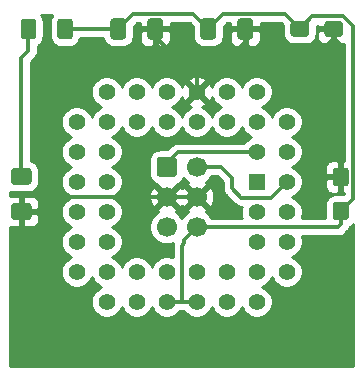
<source format=gtl>
%TF.GenerationSoftware,KiCad,Pcbnew,5.1.9+dfsg1-1+deb11u1*%
%TF.CreationDate,2022-11-30T10:20:37+01:00*%
%TF.ProjectId,A1200MPU-Adapter,41313230-304d-4505-952d-416461707465,2.0*%
%TF.SameCoordinates,Original*%
%TF.FileFunction,Copper,L1,Top*%
%TF.FilePolarity,Positive*%
%FSLAX46Y46*%
G04 Gerber Fmt 4.6, Leading zero omitted, Abs format (unit mm)*
G04 Created by KiCad (PCBNEW 5.1.9+dfsg1-1+deb11u1) date 2022-11-30 10:20:37*
%MOMM*%
%LPD*%
G01*
G04 APERTURE LIST*
%TA.AperFunction,ComponentPad*%
%ADD10C,1.700000*%
%TD*%
%TA.AperFunction,ComponentPad*%
%ADD11R,1.422400X1.422400*%
%TD*%
%TA.AperFunction,ComponentPad*%
%ADD12C,1.422400*%
%TD*%
%TA.AperFunction,Conductor*%
%ADD13C,0.300000*%
%TD*%
%TA.AperFunction,Conductor*%
%ADD14C,0.254000*%
%TD*%
%TA.AperFunction,Conductor*%
%ADD15C,0.100000*%
%TD*%
G04 APERTURE END LIST*
%TO.P,C1,1*%
%TO.N,VCC5V*%
%TA.AperFunction,SMDPad,CuDef*%
G36*
G01*
X161207001Y-106365000D02*
X160356999Y-106365000D01*
G75*
G02*
X160107000Y-106115001I0J249999D01*
G01*
X160107000Y-105039999D01*
G75*
G02*
X160356999Y-104790000I249999J0D01*
G01*
X161207001Y-104790000D01*
G75*
G02*
X161457000Y-105039999I0J-249999D01*
G01*
X161457000Y-106115001D01*
G75*
G02*
X161207001Y-106365000I-249999J0D01*
G01*
G37*
%TD.AperFunction*%
%TO.P,C1,2*%
%TO.N,GND*%
%TA.AperFunction,SMDPad,CuDef*%
G36*
G01*
X161207001Y-103490000D02*
X160356999Y-103490000D01*
G75*
G02*
X160107000Y-103240001I0J249999D01*
G01*
X160107000Y-102164999D01*
G75*
G02*
X160356999Y-101915000I249999J0D01*
G01*
X161207001Y-101915000D01*
G75*
G02*
X161457000Y-102164999I0J-249999D01*
G01*
X161457000Y-103240001D01*
G75*
G02*
X161207001Y-103490000I-249999J0D01*
G01*
G37*
%TD.AperFunction*%
%TD*%
%TO.P,C2,2*%
%TO.N,GND*%
%TA.AperFunction,SMDPad,CuDef*%
G36*
G01*
X159400000Y-90595001D02*
X159400000Y-89744999D01*
G75*
G02*
X159649999Y-89495000I249999J0D01*
G01*
X160725001Y-89495000D01*
G75*
G02*
X160975000Y-89744999I0J-249999D01*
G01*
X160975000Y-90595001D01*
G75*
G02*
X160725001Y-90845000I-249999J0D01*
G01*
X159649999Y-90845000D01*
G75*
G02*
X159400000Y-90595001I0J249999D01*
G01*
G37*
%TD.AperFunction*%
%TO.P,C2,1*%
%TO.N,VCC5V*%
%TA.AperFunction,SMDPad,CuDef*%
G36*
G01*
X156525000Y-90595001D02*
X156525000Y-89744999D01*
G75*
G02*
X156774999Y-89495000I249999J0D01*
G01*
X157850001Y-89495000D01*
G75*
G02*
X158100000Y-89744999I0J-249999D01*
G01*
X158100000Y-90595001D01*
G75*
G02*
X157850001Y-90845000I-249999J0D01*
G01*
X156774999Y-90845000D01*
G75*
G02*
X156525000Y-90595001I0J249999D01*
G01*
G37*
%TD.AperFunction*%
%TD*%
%TO.P,C3,1*%
%TO.N,VCC5V*%
%TA.AperFunction,SMDPad,CuDef*%
G36*
G01*
X141285000Y-90820002D02*
X141285000Y-89519998D01*
G75*
G02*
X141534998Y-89270000I249998J0D01*
G01*
X142360002Y-89270000D01*
G75*
G02*
X142610000Y-89519998I0J-249998D01*
G01*
X142610000Y-90820002D01*
G75*
G02*
X142360002Y-91070000I-249998J0D01*
G01*
X141534998Y-91070000D01*
G75*
G02*
X141285000Y-90820002I0J249998D01*
G01*
G37*
%TD.AperFunction*%
%TO.P,C3,2*%
%TO.N,GND*%
%TA.AperFunction,SMDPad,CuDef*%
G36*
G01*
X144410000Y-90820002D02*
X144410000Y-89519998D01*
G75*
G02*
X144659998Y-89270000I249998J0D01*
G01*
X145485002Y-89270000D01*
G75*
G02*
X145735000Y-89519998I0J-249998D01*
G01*
X145735000Y-90820002D01*
G75*
G02*
X145485002Y-91070000I-249998J0D01*
G01*
X144659998Y-91070000D01*
G75*
G02*
X144410000Y-90820002I0J249998D01*
G01*
G37*
%TD.AperFunction*%
%TD*%
%TO.P,C4,2*%
%TO.N,GND*%
%TA.AperFunction,SMDPad,CuDef*%
G36*
G01*
X152030000Y-90820002D02*
X152030000Y-89519998D01*
G75*
G02*
X152279998Y-89270000I249998J0D01*
G01*
X153105002Y-89270000D01*
G75*
G02*
X153355000Y-89519998I0J-249998D01*
G01*
X153355000Y-90820002D01*
G75*
G02*
X153105002Y-91070000I-249998J0D01*
G01*
X152279998Y-91070000D01*
G75*
G02*
X152030000Y-90820002I0J249998D01*
G01*
G37*
%TD.AperFunction*%
%TO.P,C4,1*%
%TO.N,VCC5V*%
%TA.AperFunction,SMDPad,CuDef*%
G36*
G01*
X148905000Y-90820002D02*
X148905000Y-89519998D01*
G75*
G02*
X149154998Y-89270000I249998J0D01*
G01*
X149980002Y-89270000D01*
G75*
G02*
X150230000Y-89519998I0J-249998D01*
G01*
X150230000Y-90820002D01*
G75*
G02*
X149980002Y-91070000I-249998J0D01*
G01*
X149154998Y-91070000D01*
G75*
G02*
X148905000Y-90820002I0J249998D01*
G01*
G37*
%TD.AperFunction*%
%TD*%
%TO.P,D1,1*%
%TO.N,GND*%
%TA.AperFunction,SMDPad,CuDef*%
G36*
G01*
X134356000Y-106340000D02*
X133106000Y-106340000D01*
G75*
G02*
X132856000Y-106090000I0J250000D01*
G01*
X132856000Y-105165000D01*
G75*
G02*
X133106000Y-104915000I250000J0D01*
G01*
X134356000Y-104915000D01*
G75*
G02*
X134606000Y-105165000I0J-250000D01*
G01*
X134606000Y-106090000D01*
G75*
G02*
X134356000Y-106340000I-250000J0D01*
G01*
G37*
%TD.AperFunction*%
%TO.P,D1,2*%
%TO.N,Net-(D1-Pad2)*%
%TA.AperFunction,SMDPad,CuDef*%
G36*
G01*
X134356000Y-103365000D02*
X133106000Y-103365000D01*
G75*
G02*
X132856000Y-103115000I0J250000D01*
G01*
X132856000Y-102190000D01*
G75*
G02*
X133106000Y-101940000I250000J0D01*
G01*
X134356000Y-101940000D01*
G75*
G02*
X134606000Y-102190000I0J-250000D01*
G01*
X134606000Y-103115000D01*
G75*
G02*
X134356000Y-103365000I-250000J0D01*
G01*
G37*
%TD.AperFunction*%
%TD*%
%TO.P,P1,1*%
%TO.N,mKBD_CLOCK*%
%TA.AperFunction,ComponentPad*%
G36*
G01*
X145200000Y-102454000D02*
X145200000Y-101254000D01*
G75*
G02*
X145450000Y-101004000I250000J0D01*
G01*
X146650000Y-101004000D01*
G75*
G02*
X146900000Y-101254000I0J-250000D01*
G01*
X146900000Y-102454000D01*
G75*
G02*
X146650000Y-102704000I-250000J0D01*
G01*
X145450000Y-102704000D01*
G75*
G02*
X145200000Y-102454000I0J250000D01*
G01*
G37*
%TD.AperFunction*%
D10*
%TO.P,P1,3*%
%TO.N,GND*%
X146050000Y-104394000D03*
%TO.P,P1,5*%
%TO.N,mKBD_RESET*%
X146050000Y-106934000D03*
%TO.P,P1,2*%
%TO.N,mKBD_DATA*%
X148590000Y-101854000D03*
%TO.P,P1,4*%
%TO.N,GND*%
X148590000Y-104394000D03*
%TO.P,P1,6*%
%TO.N,VCC5V*%
X148590000Y-106934000D03*
%TD*%
%TO.P,R1,1*%
%TO.N,Net-(D1-Pad2)*%
%TA.AperFunction,SMDPad,CuDef*%
G36*
G01*
X133690000Y-90795001D02*
X133690000Y-89544999D01*
G75*
G02*
X133939999Y-89295000I249999J0D01*
G01*
X134740001Y-89295000D01*
G75*
G02*
X134990000Y-89544999I0J-249999D01*
G01*
X134990000Y-90795001D01*
G75*
G02*
X134740001Y-91045000I-249999J0D01*
G01*
X133939999Y-91045000D01*
G75*
G02*
X133690000Y-90795001I0J249999D01*
G01*
G37*
%TD.AperFunction*%
%TO.P,R1,2*%
%TO.N,VCC5V*%
%TA.AperFunction,SMDPad,CuDef*%
G36*
G01*
X136790000Y-90795001D02*
X136790000Y-89544999D01*
G75*
G02*
X137039999Y-89295000I249999J0D01*
G01*
X137840001Y-89295000D01*
G75*
G02*
X138090000Y-89544999I0J-249999D01*
G01*
X138090000Y-90795001D01*
G75*
G02*
X137840001Y-91045000I-249999J0D01*
G01*
X137039999Y-91045000D01*
G75*
G02*
X136790000Y-90795001I0J249999D01*
G01*
G37*
%TD.AperFunction*%
%TD*%
D11*
%TO.P,U1,1*%
%TO.N,N/C*%
X153670000Y-103124000D03*
D12*
%TO.P,U1,3*%
X153670000Y-105664000D03*
%TO.P,U1,5*%
X153670000Y-108204000D03*
%TO.P,U1,43*%
%TO.N,mKBD_CLOCK*%
X153670000Y-100584000D03*
%TO.P,U1,41*%
%TO.N,N/C*%
X153670000Y-98044000D03*
%TO.P,U1,2*%
X156210000Y-105664000D03*
%TO.P,U1,4*%
X156210000Y-108204000D03*
%TO.P,U1,6*%
X156210000Y-110744000D03*
%TO.P,U1,44*%
%TO.N,mKBD_DATA*%
X156210000Y-103124000D03*
%TO.P,U1,42*%
%TO.N,N/C*%
X156210000Y-100584000D03*
%TO.P,U1,8*%
X153670000Y-110744000D03*
%TO.P,U1,10*%
X151130000Y-110744000D03*
%TO.P,U1,12*%
X148590000Y-110744000D03*
%TO.P,U1,14*%
X146050000Y-110744000D03*
%TO.P,U1,16*%
X143510000Y-110744000D03*
%TO.P,U1,7*%
X153670000Y-113284000D03*
%TO.P,U1,9*%
X151130000Y-113284000D03*
%TO.P,U1,11*%
%TO.N,VCC5V*%
X148590000Y-113284000D03*
%TO.P,U1,13*%
X146050000Y-113284000D03*
%TO.P,U1,15*%
%TO.N,N/C*%
X143510000Y-113284000D03*
%TO.P,U1,17*%
X140970000Y-113284000D03*
%TO.P,U1,19*%
%TO.N,mKBD_RESET*%
X140970000Y-110744000D03*
%TO.P,U1,21*%
%TO.N,N/C*%
X140970000Y-108204000D03*
%TO.P,U1,23*%
X140970000Y-105664000D03*
%TO.P,U1,25*%
X140970000Y-103124000D03*
%TO.P,U1,27*%
X140970000Y-100584000D03*
%TO.P,U1,29*%
X140970000Y-95504000D03*
%TO.P,U1,18*%
X138430000Y-110744000D03*
%TO.P,U1,20*%
X138430000Y-108204000D03*
%TO.P,U1,22*%
X138430000Y-105664000D03*
%TO.P,U1,24*%
X138430000Y-103124000D03*
%TO.P,U1,26*%
X138430000Y-100584000D03*
%TO.P,U1,28*%
X138430000Y-98044000D03*
%TO.P,U1,30*%
X140970000Y-98044000D03*
%TO.P,U1,32*%
X143510000Y-98044000D03*
%TO.P,U1,34*%
X146050000Y-98044000D03*
%TO.P,U1,36*%
X148590000Y-98044000D03*
%TO.P,U1,38*%
X151130000Y-98044000D03*
%TO.P,U1,40*%
X156210000Y-98044000D03*
%TO.P,U1,31*%
X143510000Y-95504000D03*
%TO.P,U1,33*%
X146050000Y-95504000D03*
%TO.P,U1,35*%
%TO.N,GND*%
X148590000Y-95504000D03*
%TO.P,U1,37*%
%TO.N,N/C*%
X151130000Y-95504000D03*
%TO.P,U1,39*%
X153670000Y-95504000D03*
%TD*%
D13*
%TO.N,VCC5V*%
X149567500Y-90170000D02*
X150851900Y-88885600D01*
X150851900Y-88885600D02*
X156028100Y-88885600D01*
X156028100Y-88885600D02*
X157312500Y-90170000D01*
X141948000Y-90170000D02*
X143203200Y-88914800D01*
X143203200Y-88914800D02*
X148312300Y-88914800D01*
X148312300Y-88914800D02*
X149567500Y-90170000D01*
X160782000Y-105577500D02*
X161817200Y-104542300D01*
X161817200Y-104542300D02*
X161817200Y-89961700D01*
X161817200Y-89961700D02*
X160961900Y-89106400D01*
X160961900Y-89106400D02*
X158376100Y-89106400D01*
X158376100Y-89106400D02*
X157312500Y-90170000D01*
X160782000Y-105578000D02*
X160782000Y-105577500D01*
X148590000Y-106934000D02*
X160576000Y-106934000D01*
X160576000Y-106934000D02*
X160782000Y-106728000D01*
X160782000Y-106728000D02*
X160782000Y-105578000D01*
X141947500Y-90170000D02*
X141948000Y-90170000D01*
X137440000Y-90170000D02*
X141947500Y-90170000D01*
X146050000Y-113284000D02*
X147326000Y-113284000D01*
X148590000Y-106934000D02*
X147514000Y-108010000D01*
X147514000Y-108010000D02*
X147514000Y-108326000D01*
X147514000Y-108326000D02*
X147326000Y-108514000D01*
X147326000Y-108514000D02*
X147326000Y-113284000D01*
X147326000Y-113284000D02*
X148590000Y-113284000D01*
%TO.N,GND*%
X160187500Y-90170000D02*
X160188000Y-90170000D01*
X148700000Y-92330000D02*
X151600000Y-92330000D01*
X151600000Y-92330000D02*
X152156800Y-91772900D01*
X160188000Y-90977500D02*
X160782000Y-91572000D01*
X160782000Y-91572000D02*
X160782000Y-102702000D01*
X160188000Y-90170000D02*
X160188000Y-90977500D01*
X152156800Y-91772900D02*
X159392600Y-91772900D01*
X159392600Y-91772900D02*
X160188000Y-90977500D01*
X152156800Y-91772900D02*
X152692000Y-91237500D01*
X152692000Y-91237500D02*
X152692000Y-90703700D01*
X145072000Y-90511200D02*
X145072500Y-90510700D01*
X145072500Y-90510700D02*
X145072500Y-90170000D01*
X145072000Y-90511200D02*
X145072000Y-90852500D01*
X145072000Y-90852500D02*
X146550000Y-92330000D01*
X146550000Y-92330000D02*
X148700000Y-92330000D01*
X145072000Y-90170000D02*
X145072000Y-90511200D01*
X152692000Y-90703700D02*
X152692500Y-90703200D01*
X152692500Y-90703200D02*
X152692500Y-90170000D01*
X152692000Y-90703700D02*
X152692000Y-90170000D01*
X160782000Y-102702000D02*
X160782000Y-102702500D01*
X133731500Y-105628000D02*
X133731000Y-105627500D01*
X133731500Y-105628000D02*
X135712000Y-105628000D01*
X135712000Y-105628000D02*
X136737000Y-104603000D01*
X136737000Y-104603000D02*
X136737000Y-104573000D01*
X136737000Y-104573000D02*
X136916000Y-104394000D01*
X136916000Y-104394000D02*
X146050000Y-104394000D01*
X133731000Y-105628000D02*
X133731500Y-105628000D01*
X146050000Y-104394000D02*
X148590000Y-104394000D01*
X148590000Y-95504000D02*
X148590000Y-92440000D01*
X148590000Y-92440000D02*
X148700000Y-92330000D01*
%TO.N,Net-(D1-Pad2)*%
X133731000Y-102652000D02*
X133731000Y-102652500D01*
X133731000Y-102652000D02*
X133731000Y-92639000D01*
X133731000Y-92639000D02*
X134340000Y-92030000D01*
X134340000Y-92030000D02*
X134340000Y-90170000D01*
%TO.N,mKBD_CLOCK*%
X146050000Y-101854000D02*
X146050000Y-101530000D01*
X146050000Y-101530000D02*
X146996000Y-100584000D01*
X146996000Y-100584000D02*
X153670000Y-100584000D01*
%TO.N,mKBD_DATA*%
X148590000Y-101854000D02*
X150644000Y-101854000D01*
X150644000Y-101854000D02*
X151570000Y-102780000D01*
X151570000Y-102780000D02*
X151570000Y-103660000D01*
X151570000Y-103660000D02*
X152360000Y-104450000D01*
X152360000Y-104450000D02*
X154884000Y-104450000D01*
X154884000Y-104450000D02*
X156210000Y-103124000D01*
%TD*%
D14*
%TO.N,GND*%
X136301595Y-89051613D02*
X136219528Y-89205149D01*
X136168992Y-89371745D01*
X136151928Y-89544999D01*
X136151928Y-90795001D01*
X136168992Y-90968255D01*
X136219528Y-91134851D01*
X136301595Y-91288387D01*
X136412038Y-91422962D01*
X136546613Y-91533405D01*
X136700149Y-91615472D01*
X136866745Y-91666008D01*
X137039999Y-91683072D01*
X137840001Y-91683072D01*
X138013255Y-91666008D01*
X138179851Y-91615472D01*
X138333387Y-91533405D01*
X138467962Y-91422962D01*
X138578405Y-91288387D01*
X138660472Y-91134851D01*
X138711008Y-90968255D01*
X138712314Y-90955000D01*
X140660224Y-90955000D01*
X140663992Y-90993256D01*
X140714528Y-91159852D01*
X140796595Y-91313387D01*
X140907038Y-91447962D01*
X141041613Y-91558405D01*
X141195148Y-91640472D01*
X141361744Y-91691008D01*
X141534998Y-91708072D01*
X142360002Y-91708072D01*
X142533256Y-91691008D01*
X142699852Y-91640472D01*
X142853387Y-91558405D01*
X142987962Y-91447962D01*
X143098405Y-91313387D01*
X143180472Y-91159852D01*
X143207728Y-91070000D01*
X143771928Y-91070000D01*
X143784188Y-91194482D01*
X143820498Y-91314180D01*
X143879463Y-91424494D01*
X143958815Y-91521185D01*
X144055506Y-91600537D01*
X144165820Y-91659502D01*
X144285518Y-91695812D01*
X144410000Y-91708072D01*
X144786750Y-91705000D01*
X144945500Y-91546250D01*
X144945500Y-90297000D01*
X145199500Y-90297000D01*
X145199500Y-91546250D01*
X145358250Y-91705000D01*
X145735000Y-91708072D01*
X145859482Y-91695812D01*
X145979180Y-91659502D01*
X146089494Y-91600537D01*
X146186185Y-91521185D01*
X146265537Y-91424494D01*
X146324502Y-91314180D01*
X146360812Y-91194482D01*
X146373072Y-91070000D01*
X146370000Y-90455750D01*
X146211250Y-90297000D01*
X145199500Y-90297000D01*
X144945500Y-90297000D01*
X143933750Y-90297000D01*
X143775000Y-90455750D01*
X143771928Y-91070000D01*
X143207728Y-91070000D01*
X143231008Y-90993256D01*
X143248072Y-90820002D01*
X143248072Y-89980085D01*
X143528357Y-89699800D01*
X143774078Y-89699800D01*
X143775000Y-89884250D01*
X143933750Y-90043000D01*
X144945500Y-90043000D01*
X144945500Y-90023000D01*
X145199500Y-90023000D01*
X145199500Y-90043000D01*
X146211250Y-90043000D01*
X146370000Y-89884250D01*
X146370922Y-89699800D01*
X147987143Y-89699800D01*
X148266928Y-89979585D01*
X148266928Y-90820002D01*
X148283992Y-90993256D01*
X148334528Y-91159852D01*
X148416595Y-91313387D01*
X148527038Y-91447962D01*
X148661613Y-91558405D01*
X148815148Y-91640472D01*
X148981744Y-91691008D01*
X149154998Y-91708072D01*
X149980002Y-91708072D01*
X150153256Y-91691008D01*
X150319852Y-91640472D01*
X150473387Y-91558405D01*
X150607962Y-91447962D01*
X150718405Y-91313387D01*
X150800472Y-91159852D01*
X150827728Y-91070000D01*
X151391928Y-91070000D01*
X151404188Y-91194482D01*
X151440498Y-91314180D01*
X151499463Y-91424494D01*
X151578815Y-91521185D01*
X151675506Y-91600537D01*
X151785820Y-91659502D01*
X151905518Y-91695812D01*
X152030000Y-91708072D01*
X152406750Y-91705000D01*
X152565500Y-91546250D01*
X152565500Y-90297000D01*
X152819500Y-90297000D01*
X152819500Y-91546250D01*
X152978250Y-91705000D01*
X153355000Y-91708072D01*
X153479482Y-91695812D01*
X153599180Y-91659502D01*
X153709494Y-91600537D01*
X153806185Y-91521185D01*
X153885537Y-91424494D01*
X153944502Y-91314180D01*
X153980812Y-91194482D01*
X153993072Y-91070000D01*
X153990000Y-90455750D01*
X153831250Y-90297000D01*
X152819500Y-90297000D01*
X152565500Y-90297000D01*
X151553750Y-90297000D01*
X151395000Y-90455750D01*
X151391928Y-91070000D01*
X150827728Y-91070000D01*
X150851008Y-90993256D01*
X150868072Y-90820002D01*
X150868072Y-89979586D01*
X151177058Y-89670600D01*
X151393931Y-89670600D01*
X151395000Y-89884250D01*
X151553750Y-90043000D01*
X152565500Y-90043000D01*
X152565500Y-90023000D01*
X152819500Y-90023000D01*
X152819500Y-90043000D01*
X153831250Y-90043000D01*
X153990000Y-89884250D01*
X153991069Y-89670600D01*
X155702943Y-89670600D01*
X155886928Y-89854585D01*
X155886928Y-90595001D01*
X155903992Y-90768255D01*
X155954528Y-90934851D01*
X156036595Y-91088387D01*
X156147038Y-91222962D01*
X156281613Y-91333405D01*
X156435149Y-91415472D01*
X156601745Y-91466008D01*
X156774999Y-91483072D01*
X157850001Y-91483072D01*
X158023255Y-91466008D01*
X158189851Y-91415472D01*
X158343387Y-91333405D01*
X158477962Y-91222962D01*
X158588405Y-91088387D01*
X158670472Y-90934851D01*
X158697727Y-90845000D01*
X158761928Y-90845000D01*
X158774188Y-90969482D01*
X158810498Y-91089180D01*
X158869463Y-91199494D01*
X158948815Y-91296185D01*
X159045506Y-91375537D01*
X159155820Y-91434502D01*
X159275518Y-91470812D01*
X159400000Y-91483072D01*
X159901750Y-91480000D01*
X160060500Y-91321250D01*
X160060500Y-90297000D01*
X158923750Y-90297000D01*
X158765000Y-90455750D01*
X158761928Y-90845000D01*
X158697727Y-90845000D01*
X158721008Y-90768255D01*
X158738072Y-90595001D01*
X158738072Y-89891400D01*
X158772150Y-89891400D01*
X158923750Y-90043000D01*
X160060500Y-90043000D01*
X160060500Y-90023000D01*
X160314500Y-90023000D01*
X160314500Y-90043000D01*
X160334500Y-90043000D01*
X160334500Y-90297000D01*
X160314500Y-90297000D01*
X160314500Y-91321250D01*
X160473250Y-91480000D01*
X160975000Y-91483072D01*
X161032201Y-91477438D01*
X161032200Y-101315550D01*
X160909000Y-101438750D01*
X160909000Y-102575500D01*
X160929000Y-102575500D01*
X160929000Y-102829500D01*
X160909000Y-102829500D01*
X160909000Y-103966250D01*
X161032200Y-104089450D01*
X161032200Y-104151928D01*
X160356999Y-104151928D01*
X160183745Y-104168992D01*
X160017149Y-104219528D01*
X159863613Y-104301595D01*
X159729038Y-104412038D01*
X159618595Y-104546613D01*
X159536528Y-104700149D01*
X159485992Y-104866745D01*
X159468928Y-105039999D01*
X159468928Y-106115001D01*
X159472277Y-106149000D01*
X157466223Y-106149000D01*
X157504467Y-106056672D01*
X157556200Y-105796589D01*
X157556200Y-105531411D01*
X157504467Y-105271328D01*
X157402987Y-105026335D01*
X157255662Y-104805847D01*
X157068153Y-104618338D01*
X156847665Y-104471013D01*
X156661740Y-104394000D01*
X156847665Y-104316987D01*
X157068153Y-104169662D01*
X157255662Y-103982153D01*
X157402987Y-103761665D01*
X157504467Y-103516672D01*
X157509772Y-103490000D01*
X159468928Y-103490000D01*
X159481188Y-103614482D01*
X159517498Y-103734180D01*
X159576463Y-103844494D01*
X159655815Y-103941185D01*
X159752506Y-104020537D01*
X159862820Y-104079502D01*
X159982518Y-104115812D01*
X160107000Y-104128072D01*
X160496250Y-104125000D01*
X160655000Y-103966250D01*
X160655000Y-102829500D01*
X159630750Y-102829500D01*
X159472000Y-102988250D01*
X159468928Y-103490000D01*
X157509772Y-103490000D01*
X157556200Y-103256589D01*
X157556200Y-102991411D01*
X157504467Y-102731328D01*
X157402987Y-102486335D01*
X157255662Y-102265847D01*
X157068153Y-102078338D01*
X156847665Y-101931013D01*
X156809007Y-101915000D01*
X159468928Y-101915000D01*
X159472000Y-102416750D01*
X159630750Y-102575500D01*
X160655000Y-102575500D01*
X160655000Y-101438750D01*
X160496250Y-101280000D01*
X160107000Y-101276928D01*
X159982518Y-101289188D01*
X159862820Y-101325498D01*
X159752506Y-101384463D01*
X159655815Y-101463815D01*
X159576463Y-101560506D01*
X159517498Y-101670820D01*
X159481188Y-101790518D01*
X159468928Y-101915000D01*
X156809007Y-101915000D01*
X156661740Y-101854000D01*
X156847665Y-101776987D01*
X157068153Y-101629662D01*
X157255662Y-101442153D01*
X157402987Y-101221665D01*
X157504467Y-100976672D01*
X157556200Y-100716589D01*
X157556200Y-100451411D01*
X157504467Y-100191328D01*
X157402987Y-99946335D01*
X157255662Y-99725847D01*
X157068153Y-99538338D01*
X156847665Y-99391013D01*
X156661740Y-99314000D01*
X156847665Y-99236987D01*
X157068153Y-99089662D01*
X157255662Y-98902153D01*
X157402987Y-98681665D01*
X157504467Y-98436672D01*
X157556200Y-98176589D01*
X157556200Y-97911411D01*
X157504467Y-97651328D01*
X157402987Y-97406335D01*
X157255662Y-97185847D01*
X157068153Y-96998338D01*
X156847665Y-96851013D01*
X156602672Y-96749533D01*
X156342589Y-96697800D01*
X156077411Y-96697800D01*
X155817328Y-96749533D01*
X155572335Y-96851013D01*
X155351847Y-96998338D01*
X155164338Y-97185847D01*
X155017013Y-97406335D01*
X154940000Y-97592260D01*
X154862987Y-97406335D01*
X154715662Y-97185847D01*
X154528153Y-96998338D01*
X154307665Y-96851013D01*
X154121740Y-96774000D01*
X154307665Y-96696987D01*
X154528153Y-96549662D01*
X154715662Y-96362153D01*
X154862987Y-96141665D01*
X154964467Y-95896672D01*
X155016200Y-95636589D01*
X155016200Y-95371411D01*
X154964467Y-95111328D01*
X154862987Y-94866335D01*
X154715662Y-94645847D01*
X154528153Y-94458338D01*
X154307665Y-94311013D01*
X154062672Y-94209533D01*
X153802589Y-94157800D01*
X153537411Y-94157800D01*
X153277328Y-94209533D01*
X153032335Y-94311013D01*
X152811847Y-94458338D01*
X152624338Y-94645847D01*
X152477013Y-94866335D01*
X152400000Y-95052260D01*
X152322987Y-94866335D01*
X152175662Y-94645847D01*
X151988153Y-94458338D01*
X151767665Y-94311013D01*
X151522672Y-94209533D01*
X151262589Y-94157800D01*
X150997411Y-94157800D01*
X150737328Y-94209533D01*
X150492335Y-94311013D01*
X150271847Y-94458338D01*
X150084338Y-94645847D01*
X149937013Y-94866335D01*
X149859031Y-95054600D01*
X149809542Y-94918720D01*
X149754183Y-94815152D01*
X149519273Y-94754332D01*
X148769605Y-95504000D01*
X149519273Y-96253668D01*
X149754183Y-96192848D01*
X149862206Y-95961066D01*
X149937013Y-96141665D01*
X150084338Y-96362153D01*
X150271847Y-96549662D01*
X150492335Y-96696987D01*
X150678260Y-96774000D01*
X150492335Y-96851013D01*
X150271847Y-96998338D01*
X150084338Y-97185847D01*
X149937013Y-97406335D01*
X149860000Y-97592260D01*
X149782987Y-97406335D01*
X149635662Y-97185847D01*
X149448153Y-96998338D01*
X149227665Y-96851013D01*
X149039400Y-96773031D01*
X149175280Y-96723542D01*
X149278848Y-96668183D01*
X149339668Y-96433273D01*
X148590000Y-95683605D01*
X147840332Y-96433273D01*
X147901152Y-96668183D01*
X148132934Y-96776206D01*
X147952335Y-96851013D01*
X147731847Y-96998338D01*
X147544338Y-97185847D01*
X147397013Y-97406335D01*
X147320000Y-97592260D01*
X147242987Y-97406335D01*
X147095662Y-97185847D01*
X146908153Y-96998338D01*
X146687665Y-96851013D01*
X146501740Y-96774000D01*
X146687665Y-96696987D01*
X146908153Y-96549662D01*
X147095662Y-96362153D01*
X147242987Y-96141665D01*
X147320969Y-95953400D01*
X147370458Y-96089280D01*
X147425817Y-96192848D01*
X147660727Y-96253668D01*
X148410395Y-95504000D01*
X147660727Y-94754332D01*
X147425817Y-94815152D01*
X147317794Y-95046934D01*
X147242987Y-94866335D01*
X147095662Y-94645847D01*
X147024542Y-94574727D01*
X147840332Y-94574727D01*
X148590000Y-95324395D01*
X149339668Y-94574727D01*
X149278848Y-94339817D01*
X149038491Y-94227798D01*
X148780898Y-94164824D01*
X148515970Y-94153313D01*
X148253887Y-94193709D01*
X148004720Y-94284458D01*
X147901152Y-94339817D01*
X147840332Y-94574727D01*
X147024542Y-94574727D01*
X146908153Y-94458338D01*
X146687665Y-94311013D01*
X146442672Y-94209533D01*
X146182589Y-94157800D01*
X145917411Y-94157800D01*
X145657328Y-94209533D01*
X145412335Y-94311013D01*
X145191847Y-94458338D01*
X145004338Y-94645847D01*
X144857013Y-94866335D01*
X144780000Y-95052260D01*
X144702987Y-94866335D01*
X144555662Y-94645847D01*
X144368153Y-94458338D01*
X144147665Y-94311013D01*
X143902672Y-94209533D01*
X143642589Y-94157800D01*
X143377411Y-94157800D01*
X143117328Y-94209533D01*
X142872335Y-94311013D01*
X142651847Y-94458338D01*
X142464338Y-94645847D01*
X142317013Y-94866335D01*
X142240000Y-95052260D01*
X142162987Y-94866335D01*
X142015662Y-94645847D01*
X141828153Y-94458338D01*
X141607665Y-94311013D01*
X141362672Y-94209533D01*
X141102589Y-94157800D01*
X140837411Y-94157800D01*
X140577328Y-94209533D01*
X140332335Y-94311013D01*
X140111847Y-94458338D01*
X139924338Y-94645847D01*
X139777013Y-94866335D01*
X139675533Y-95111328D01*
X139623800Y-95371411D01*
X139623800Y-95636589D01*
X139675533Y-95896672D01*
X139777013Y-96141665D01*
X139924338Y-96362153D01*
X140111847Y-96549662D01*
X140332335Y-96696987D01*
X140518260Y-96774000D01*
X140332335Y-96851013D01*
X140111847Y-96998338D01*
X139924338Y-97185847D01*
X139777013Y-97406335D01*
X139700000Y-97592260D01*
X139622987Y-97406335D01*
X139475662Y-97185847D01*
X139288153Y-96998338D01*
X139067665Y-96851013D01*
X138822672Y-96749533D01*
X138562589Y-96697800D01*
X138297411Y-96697800D01*
X138037328Y-96749533D01*
X137792335Y-96851013D01*
X137571847Y-96998338D01*
X137384338Y-97185847D01*
X137237013Y-97406335D01*
X137135533Y-97651328D01*
X137083800Y-97911411D01*
X137083800Y-98176589D01*
X137135533Y-98436672D01*
X137237013Y-98681665D01*
X137384338Y-98902153D01*
X137571847Y-99089662D01*
X137792335Y-99236987D01*
X137978260Y-99314000D01*
X137792335Y-99391013D01*
X137571847Y-99538338D01*
X137384338Y-99725847D01*
X137237013Y-99946335D01*
X137135533Y-100191328D01*
X137083800Y-100451411D01*
X137083800Y-100716589D01*
X137135533Y-100976672D01*
X137237013Y-101221665D01*
X137384338Y-101442153D01*
X137571847Y-101629662D01*
X137792335Y-101776987D01*
X137978260Y-101854000D01*
X137792335Y-101931013D01*
X137571847Y-102078338D01*
X137384338Y-102265847D01*
X137237013Y-102486335D01*
X137135533Y-102731328D01*
X137083800Y-102991411D01*
X137083800Y-103256589D01*
X137135533Y-103516672D01*
X137237013Y-103761665D01*
X137384338Y-103982153D01*
X137571847Y-104169662D01*
X137792335Y-104316987D01*
X137978260Y-104394000D01*
X137792335Y-104471013D01*
X137571847Y-104618338D01*
X137384338Y-104805847D01*
X137237013Y-105026335D01*
X137135533Y-105271328D01*
X137083800Y-105531411D01*
X137083800Y-105796589D01*
X137135533Y-106056672D01*
X137237013Y-106301665D01*
X137384338Y-106522153D01*
X137571847Y-106709662D01*
X137792335Y-106856987D01*
X137978260Y-106934000D01*
X137792335Y-107011013D01*
X137571847Y-107158338D01*
X137384338Y-107345847D01*
X137237013Y-107566335D01*
X137135533Y-107811328D01*
X137083800Y-108071411D01*
X137083800Y-108336589D01*
X137135533Y-108596672D01*
X137237013Y-108841665D01*
X137384338Y-109062153D01*
X137571847Y-109249662D01*
X137792335Y-109396987D01*
X137978260Y-109474000D01*
X137792335Y-109551013D01*
X137571847Y-109698338D01*
X137384338Y-109885847D01*
X137237013Y-110106335D01*
X137135533Y-110351328D01*
X137083800Y-110611411D01*
X137083800Y-110876589D01*
X137135533Y-111136672D01*
X137237013Y-111381665D01*
X137384338Y-111602153D01*
X137571847Y-111789662D01*
X137792335Y-111936987D01*
X138037328Y-112038467D01*
X138297411Y-112090200D01*
X138562589Y-112090200D01*
X138822672Y-112038467D01*
X139067665Y-111936987D01*
X139288153Y-111789662D01*
X139475662Y-111602153D01*
X139622987Y-111381665D01*
X139700000Y-111195740D01*
X139777013Y-111381665D01*
X139924338Y-111602153D01*
X140111847Y-111789662D01*
X140332335Y-111936987D01*
X140518260Y-112014000D01*
X140332335Y-112091013D01*
X140111847Y-112238338D01*
X139924338Y-112425847D01*
X139777013Y-112646335D01*
X139675533Y-112891328D01*
X139623800Y-113151411D01*
X139623800Y-113416589D01*
X139675533Y-113676672D01*
X139777013Y-113921665D01*
X139924338Y-114142153D01*
X140111847Y-114329662D01*
X140332335Y-114476987D01*
X140577328Y-114578467D01*
X140837411Y-114630200D01*
X141102589Y-114630200D01*
X141362672Y-114578467D01*
X141607665Y-114476987D01*
X141828153Y-114329662D01*
X142015662Y-114142153D01*
X142162987Y-113921665D01*
X142240000Y-113735740D01*
X142317013Y-113921665D01*
X142464338Y-114142153D01*
X142651847Y-114329662D01*
X142872335Y-114476987D01*
X143117328Y-114578467D01*
X143377411Y-114630200D01*
X143642589Y-114630200D01*
X143902672Y-114578467D01*
X144147665Y-114476987D01*
X144368153Y-114329662D01*
X144555662Y-114142153D01*
X144702987Y-113921665D01*
X144780000Y-113735740D01*
X144857013Y-113921665D01*
X145004338Y-114142153D01*
X145191847Y-114329662D01*
X145412335Y-114476987D01*
X145657328Y-114578467D01*
X145917411Y-114630200D01*
X146182589Y-114630200D01*
X146442672Y-114578467D01*
X146687665Y-114476987D01*
X146908153Y-114329662D01*
X147095662Y-114142153D01*
X147144541Y-114069000D01*
X147287440Y-114069000D01*
X147326000Y-114072798D01*
X147364561Y-114069000D01*
X147495459Y-114069000D01*
X147544338Y-114142153D01*
X147731847Y-114329662D01*
X147952335Y-114476987D01*
X148197328Y-114578467D01*
X148457411Y-114630200D01*
X148722589Y-114630200D01*
X148982672Y-114578467D01*
X149227665Y-114476987D01*
X149448153Y-114329662D01*
X149635662Y-114142153D01*
X149782987Y-113921665D01*
X149860000Y-113735740D01*
X149937013Y-113921665D01*
X150084338Y-114142153D01*
X150271847Y-114329662D01*
X150492335Y-114476987D01*
X150737328Y-114578467D01*
X150997411Y-114630200D01*
X151262589Y-114630200D01*
X151522672Y-114578467D01*
X151767665Y-114476987D01*
X151988153Y-114329662D01*
X152175662Y-114142153D01*
X152322987Y-113921665D01*
X152400000Y-113735740D01*
X152477013Y-113921665D01*
X152624338Y-114142153D01*
X152811847Y-114329662D01*
X153032335Y-114476987D01*
X153277328Y-114578467D01*
X153537411Y-114630200D01*
X153802589Y-114630200D01*
X154062672Y-114578467D01*
X154307665Y-114476987D01*
X154528153Y-114329662D01*
X154715662Y-114142153D01*
X154862987Y-113921665D01*
X154964467Y-113676672D01*
X155016200Y-113416589D01*
X155016200Y-113151411D01*
X154964467Y-112891328D01*
X154862987Y-112646335D01*
X154715662Y-112425847D01*
X154528153Y-112238338D01*
X154307665Y-112091013D01*
X154121740Y-112014000D01*
X154307665Y-111936987D01*
X154528153Y-111789662D01*
X154715662Y-111602153D01*
X154862987Y-111381665D01*
X154940000Y-111195740D01*
X155017013Y-111381665D01*
X155164338Y-111602153D01*
X155351847Y-111789662D01*
X155572335Y-111936987D01*
X155817328Y-112038467D01*
X156077411Y-112090200D01*
X156342589Y-112090200D01*
X156602672Y-112038467D01*
X156847665Y-111936987D01*
X157068153Y-111789662D01*
X157255662Y-111602153D01*
X157402987Y-111381665D01*
X157504467Y-111136672D01*
X157556200Y-110876589D01*
X157556200Y-110611411D01*
X157504467Y-110351328D01*
X157402987Y-110106335D01*
X157255662Y-109885847D01*
X157068153Y-109698338D01*
X156847665Y-109551013D01*
X156661740Y-109474000D01*
X156847665Y-109396987D01*
X157068153Y-109249662D01*
X157255662Y-109062153D01*
X157402987Y-108841665D01*
X157504467Y-108596672D01*
X157556200Y-108336589D01*
X157556200Y-108071411D01*
X157504467Y-107811328D01*
X157466223Y-107719000D01*
X160537447Y-107719000D01*
X160576000Y-107722797D01*
X160614553Y-107719000D01*
X160614561Y-107719000D01*
X160729887Y-107707641D01*
X160877860Y-107662754D01*
X161014233Y-107589862D01*
X161133764Y-107491764D01*
X161158347Y-107461810D01*
X161309811Y-107310346D01*
X161339764Y-107285764D01*
X161437862Y-107166233D01*
X161510754Y-107029860D01*
X161538630Y-106937966D01*
X161546851Y-106935472D01*
X161700387Y-106853405D01*
X161834962Y-106742962D01*
X161850001Y-106724637D01*
X161850001Y-118670000D01*
X132790000Y-118670000D01*
X132790000Y-106971572D01*
X132856000Y-106978072D01*
X133445250Y-106975000D01*
X133604000Y-106816250D01*
X133604000Y-105754500D01*
X133858000Y-105754500D01*
X133858000Y-106816250D01*
X134016750Y-106975000D01*
X134606000Y-106978072D01*
X134730482Y-106965812D01*
X134850180Y-106929502D01*
X134960494Y-106870537D01*
X135057185Y-106791185D01*
X135136537Y-106694494D01*
X135195502Y-106584180D01*
X135231812Y-106464482D01*
X135244072Y-106340000D01*
X135241000Y-105913250D01*
X135082250Y-105754500D01*
X133858000Y-105754500D01*
X133604000Y-105754500D01*
X133584000Y-105754500D01*
X133584000Y-105500500D01*
X133604000Y-105500500D01*
X133604000Y-104438750D01*
X133858000Y-104438750D01*
X133858000Y-105500500D01*
X135082250Y-105500500D01*
X135241000Y-105341750D01*
X135244072Y-104915000D01*
X135231812Y-104790518D01*
X135195502Y-104670820D01*
X135136537Y-104560506D01*
X135057185Y-104463815D01*
X134960494Y-104384463D01*
X134850180Y-104325498D01*
X134730482Y-104289188D01*
X134606000Y-104276928D01*
X134016750Y-104280000D01*
X133858000Y-104438750D01*
X133604000Y-104438750D01*
X133445250Y-104280000D01*
X132856000Y-104276928D01*
X132790000Y-104283428D01*
X132790000Y-103942707D01*
X132932746Y-103986008D01*
X133106000Y-104003072D01*
X134356000Y-104003072D01*
X134529254Y-103986008D01*
X134695850Y-103935472D01*
X134849386Y-103853405D01*
X134983962Y-103742962D01*
X135094405Y-103608386D01*
X135176472Y-103454850D01*
X135227008Y-103288254D01*
X135244072Y-103115000D01*
X135244072Y-102190000D01*
X135227008Y-102016746D01*
X135176472Y-101850150D01*
X135094405Y-101696614D01*
X134983962Y-101562038D01*
X134849386Y-101451595D01*
X134695850Y-101369528D01*
X134529254Y-101318992D01*
X134516000Y-101317687D01*
X134516000Y-92964157D01*
X134867816Y-92612342D01*
X134897764Y-92587764D01*
X134995862Y-92468233D01*
X135068754Y-92331860D01*
X135113641Y-92183887D01*
X135125000Y-92068561D01*
X135125000Y-92068554D01*
X135128797Y-92030001D01*
X135125000Y-91991448D01*
X135125000Y-91591339D01*
X135233387Y-91533405D01*
X135367962Y-91422962D01*
X135478405Y-91288387D01*
X135560472Y-91134851D01*
X135611008Y-90968255D01*
X135628072Y-90795001D01*
X135628072Y-89544999D01*
X135611008Y-89371745D01*
X135560472Y-89205149D01*
X135478405Y-89051613D01*
X135415530Y-88975000D01*
X136364470Y-88975000D01*
X136301595Y-89051613D01*
%TA.AperFunction,Conductor*%
D15*
G36*
X136301595Y-89051613D02*
G01*
X136219528Y-89205149D01*
X136168992Y-89371745D01*
X136151928Y-89544999D01*
X136151928Y-90795001D01*
X136168992Y-90968255D01*
X136219528Y-91134851D01*
X136301595Y-91288387D01*
X136412038Y-91422962D01*
X136546613Y-91533405D01*
X136700149Y-91615472D01*
X136866745Y-91666008D01*
X137039999Y-91683072D01*
X137840001Y-91683072D01*
X138013255Y-91666008D01*
X138179851Y-91615472D01*
X138333387Y-91533405D01*
X138467962Y-91422962D01*
X138578405Y-91288387D01*
X138660472Y-91134851D01*
X138711008Y-90968255D01*
X138712314Y-90955000D01*
X140660224Y-90955000D01*
X140663992Y-90993256D01*
X140714528Y-91159852D01*
X140796595Y-91313387D01*
X140907038Y-91447962D01*
X141041613Y-91558405D01*
X141195148Y-91640472D01*
X141361744Y-91691008D01*
X141534998Y-91708072D01*
X142360002Y-91708072D01*
X142533256Y-91691008D01*
X142699852Y-91640472D01*
X142853387Y-91558405D01*
X142987962Y-91447962D01*
X143098405Y-91313387D01*
X143180472Y-91159852D01*
X143207728Y-91070000D01*
X143771928Y-91070000D01*
X143784188Y-91194482D01*
X143820498Y-91314180D01*
X143879463Y-91424494D01*
X143958815Y-91521185D01*
X144055506Y-91600537D01*
X144165820Y-91659502D01*
X144285518Y-91695812D01*
X144410000Y-91708072D01*
X144786750Y-91705000D01*
X144945500Y-91546250D01*
X144945500Y-90297000D01*
X145199500Y-90297000D01*
X145199500Y-91546250D01*
X145358250Y-91705000D01*
X145735000Y-91708072D01*
X145859482Y-91695812D01*
X145979180Y-91659502D01*
X146089494Y-91600537D01*
X146186185Y-91521185D01*
X146265537Y-91424494D01*
X146324502Y-91314180D01*
X146360812Y-91194482D01*
X146373072Y-91070000D01*
X146370000Y-90455750D01*
X146211250Y-90297000D01*
X145199500Y-90297000D01*
X144945500Y-90297000D01*
X143933750Y-90297000D01*
X143775000Y-90455750D01*
X143771928Y-91070000D01*
X143207728Y-91070000D01*
X143231008Y-90993256D01*
X143248072Y-90820002D01*
X143248072Y-89980085D01*
X143528357Y-89699800D01*
X143774078Y-89699800D01*
X143775000Y-89884250D01*
X143933750Y-90043000D01*
X144945500Y-90043000D01*
X144945500Y-90023000D01*
X145199500Y-90023000D01*
X145199500Y-90043000D01*
X146211250Y-90043000D01*
X146370000Y-89884250D01*
X146370922Y-89699800D01*
X147987143Y-89699800D01*
X148266928Y-89979585D01*
X148266928Y-90820002D01*
X148283992Y-90993256D01*
X148334528Y-91159852D01*
X148416595Y-91313387D01*
X148527038Y-91447962D01*
X148661613Y-91558405D01*
X148815148Y-91640472D01*
X148981744Y-91691008D01*
X149154998Y-91708072D01*
X149980002Y-91708072D01*
X150153256Y-91691008D01*
X150319852Y-91640472D01*
X150473387Y-91558405D01*
X150607962Y-91447962D01*
X150718405Y-91313387D01*
X150800472Y-91159852D01*
X150827728Y-91070000D01*
X151391928Y-91070000D01*
X151404188Y-91194482D01*
X151440498Y-91314180D01*
X151499463Y-91424494D01*
X151578815Y-91521185D01*
X151675506Y-91600537D01*
X151785820Y-91659502D01*
X151905518Y-91695812D01*
X152030000Y-91708072D01*
X152406750Y-91705000D01*
X152565500Y-91546250D01*
X152565500Y-90297000D01*
X152819500Y-90297000D01*
X152819500Y-91546250D01*
X152978250Y-91705000D01*
X153355000Y-91708072D01*
X153479482Y-91695812D01*
X153599180Y-91659502D01*
X153709494Y-91600537D01*
X153806185Y-91521185D01*
X153885537Y-91424494D01*
X153944502Y-91314180D01*
X153980812Y-91194482D01*
X153993072Y-91070000D01*
X153990000Y-90455750D01*
X153831250Y-90297000D01*
X152819500Y-90297000D01*
X152565500Y-90297000D01*
X151553750Y-90297000D01*
X151395000Y-90455750D01*
X151391928Y-91070000D01*
X150827728Y-91070000D01*
X150851008Y-90993256D01*
X150868072Y-90820002D01*
X150868072Y-89979586D01*
X151177058Y-89670600D01*
X151393931Y-89670600D01*
X151395000Y-89884250D01*
X151553750Y-90043000D01*
X152565500Y-90043000D01*
X152565500Y-90023000D01*
X152819500Y-90023000D01*
X152819500Y-90043000D01*
X153831250Y-90043000D01*
X153990000Y-89884250D01*
X153991069Y-89670600D01*
X155702943Y-89670600D01*
X155886928Y-89854585D01*
X155886928Y-90595001D01*
X155903992Y-90768255D01*
X155954528Y-90934851D01*
X156036595Y-91088387D01*
X156147038Y-91222962D01*
X156281613Y-91333405D01*
X156435149Y-91415472D01*
X156601745Y-91466008D01*
X156774999Y-91483072D01*
X157850001Y-91483072D01*
X158023255Y-91466008D01*
X158189851Y-91415472D01*
X158343387Y-91333405D01*
X158477962Y-91222962D01*
X158588405Y-91088387D01*
X158670472Y-90934851D01*
X158697727Y-90845000D01*
X158761928Y-90845000D01*
X158774188Y-90969482D01*
X158810498Y-91089180D01*
X158869463Y-91199494D01*
X158948815Y-91296185D01*
X159045506Y-91375537D01*
X159155820Y-91434502D01*
X159275518Y-91470812D01*
X159400000Y-91483072D01*
X159901750Y-91480000D01*
X160060500Y-91321250D01*
X160060500Y-90297000D01*
X158923750Y-90297000D01*
X158765000Y-90455750D01*
X158761928Y-90845000D01*
X158697727Y-90845000D01*
X158721008Y-90768255D01*
X158738072Y-90595001D01*
X158738072Y-89891400D01*
X158772150Y-89891400D01*
X158923750Y-90043000D01*
X160060500Y-90043000D01*
X160060500Y-90023000D01*
X160314500Y-90023000D01*
X160314500Y-90043000D01*
X160334500Y-90043000D01*
X160334500Y-90297000D01*
X160314500Y-90297000D01*
X160314500Y-91321250D01*
X160473250Y-91480000D01*
X160975000Y-91483072D01*
X161032201Y-91477438D01*
X161032200Y-101315550D01*
X160909000Y-101438750D01*
X160909000Y-102575500D01*
X160929000Y-102575500D01*
X160929000Y-102829500D01*
X160909000Y-102829500D01*
X160909000Y-103966250D01*
X161032200Y-104089450D01*
X161032200Y-104151928D01*
X160356999Y-104151928D01*
X160183745Y-104168992D01*
X160017149Y-104219528D01*
X159863613Y-104301595D01*
X159729038Y-104412038D01*
X159618595Y-104546613D01*
X159536528Y-104700149D01*
X159485992Y-104866745D01*
X159468928Y-105039999D01*
X159468928Y-106115001D01*
X159472277Y-106149000D01*
X157466223Y-106149000D01*
X157504467Y-106056672D01*
X157556200Y-105796589D01*
X157556200Y-105531411D01*
X157504467Y-105271328D01*
X157402987Y-105026335D01*
X157255662Y-104805847D01*
X157068153Y-104618338D01*
X156847665Y-104471013D01*
X156661740Y-104394000D01*
X156847665Y-104316987D01*
X157068153Y-104169662D01*
X157255662Y-103982153D01*
X157402987Y-103761665D01*
X157504467Y-103516672D01*
X157509772Y-103490000D01*
X159468928Y-103490000D01*
X159481188Y-103614482D01*
X159517498Y-103734180D01*
X159576463Y-103844494D01*
X159655815Y-103941185D01*
X159752506Y-104020537D01*
X159862820Y-104079502D01*
X159982518Y-104115812D01*
X160107000Y-104128072D01*
X160496250Y-104125000D01*
X160655000Y-103966250D01*
X160655000Y-102829500D01*
X159630750Y-102829500D01*
X159472000Y-102988250D01*
X159468928Y-103490000D01*
X157509772Y-103490000D01*
X157556200Y-103256589D01*
X157556200Y-102991411D01*
X157504467Y-102731328D01*
X157402987Y-102486335D01*
X157255662Y-102265847D01*
X157068153Y-102078338D01*
X156847665Y-101931013D01*
X156809007Y-101915000D01*
X159468928Y-101915000D01*
X159472000Y-102416750D01*
X159630750Y-102575500D01*
X160655000Y-102575500D01*
X160655000Y-101438750D01*
X160496250Y-101280000D01*
X160107000Y-101276928D01*
X159982518Y-101289188D01*
X159862820Y-101325498D01*
X159752506Y-101384463D01*
X159655815Y-101463815D01*
X159576463Y-101560506D01*
X159517498Y-101670820D01*
X159481188Y-101790518D01*
X159468928Y-101915000D01*
X156809007Y-101915000D01*
X156661740Y-101854000D01*
X156847665Y-101776987D01*
X157068153Y-101629662D01*
X157255662Y-101442153D01*
X157402987Y-101221665D01*
X157504467Y-100976672D01*
X157556200Y-100716589D01*
X157556200Y-100451411D01*
X157504467Y-100191328D01*
X157402987Y-99946335D01*
X157255662Y-99725847D01*
X157068153Y-99538338D01*
X156847665Y-99391013D01*
X156661740Y-99314000D01*
X156847665Y-99236987D01*
X157068153Y-99089662D01*
X157255662Y-98902153D01*
X157402987Y-98681665D01*
X157504467Y-98436672D01*
X157556200Y-98176589D01*
X157556200Y-97911411D01*
X157504467Y-97651328D01*
X157402987Y-97406335D01*
X157255662Y-97185847D01*
X157068153Y-96998338D01*
X156847665Y-96851013D01*
X156602672Y-96749533D01*
X156342589Y-96697800D01*
X156077411Y-96697800D01*
X155817328Y-96749533D01*
X155572335Y-96851013D01*
X155351847Y-96998338D01*
X155164338Y-97185847D01*
X155017013Y-97406335D01*
X154940000Y-97592260D01*
X154862987Y-97406335D01*
X154715662Y-97185847D01*
X154528153Y-96998338D01*
X154307665Y-96851013D01*
X154121740Y-96774000D01*
X154307665Y-96696987D01*
X154528153Y-96549662D01*
X154715662Y-96362153D01*
X154862987Y-96141665D01*
X154964467Y-95896672D01*
X155016200Y-95636589D01*
X155016200Y-95371411D01*
X154964467Y-95111328D01*
X154862987Y-94866335D01*
X154715662Y-94645847D01*
X154528153Y-94458338D01*
X154307665Y-94311013D01*
X154062672Y-94209533D01*
X153802589Y-94157800D01*
X153537411Y-94157800D01*
X153277328Y-94209533D01*
X153032335Y-94311013D01*
X152811847Y-94458338D01*
X152624338Y-94645847D01*
X152477013Y-94866335D01*
X152400000Y-95052260D01*
X152322987Y-94866335D01*
X152175662Y-94645847D01*
X151988153Y-94458338D01*
X151767665Y-94311013D01*
X151522672Y-94209533D01*
X151262589Y-94157800D01*
X150997411Y-94157800D01*
X150737328Y-94209533D01*
X150492335Y-94311013D01*
X150271847Y-94458338D01*
X150084338Y-94645847D01*
X149937013Y-94866335D01*
X149859031Y-95054600D01*
X149809542Y-94918720D01*
X149754183Y-94815152D01*
X149519273Y-94754332D01*
X148769605Y-95504000D01*
X149519273Y-96253668D01*
X149754183Y-96192848D01*
X149862206Y-95961066D01*
X149937013Y-96141665D01*
X150084338Y-96362153D01*
X150271847Y-96549662D01*
X150492335Y-96696987D01*
X150678260Y-96774000D01*
X150492335Y-96851013D01*
X150271847Y-96998338D01*
X150084338Y-97185847D01*
X149937013Y-97406335D01*
X149860000Y-97592260D01*
X149782987Y-97406335D01*
X149635662Y-97185847D01*
X149448153Y-96998338D01*
X149227665Y-96851013D01*
X149039400Y-96773031D01*
X149175280Y-96723542D01*
X149278848Y-96668183D01*
X149339668Y-96433273D01*
X148590000Y-95683605D01*
X147840332Y-96433273D01*
X147901152Y-96668183D01*
X148132934Y-96776206D01*
X147952335Y-96851013D01*
X147731847Y-96998338D01*
X147544338Y-97185847D01*
X147397013Y-97406335D01*
X147320000Y-97592260D01*
X147242987Y-97406335D01*
X147095662Y-97185847D01*
X146908153Y-96998338D01*
X146687665Y-96851013D01*
X146501740Y-96774000D01*
X146687665Y-96696987D01*
X146908153Y-96549662D01*
X147095662Y-96362153D01*
X147242987Y-96141665D01*
X147320969Y-95953400D01*
X147370458Y-96089280D01*
X147425817Y-96192848D01*
X147660727Y-96253668D01*
X148410395Y-95504000D01*
X147660727Y-94754332D01*
X147425817Y-94815152D01*
X147317794Y-95046934D01*
X147242987Y-94866335D01*
X147095662Y-94645847D01*
X147024542Y-94574727D01*
X147840332Y-94574727D01*
X148590000Y-95324395D01*
X149339668Y-94574727D01*
X149278848Y-94339817D01*
X149038491Y-94227798D01*
X148780898Y-94164824D01*
X148515970Y-94153313D01*
X148253887Y-94193709D01*
X148004720Y-94284458D01*
X147901152Y-94339817D01*
X147840332Y-94574727D01*
X147024542Y-94574727D01*
X146908153Y-94458338D01*
X146687665Y-94311013D01*
X146442672Y-94209533D01*
X146182589Y-94157800D01*
X145917411Y-94157800D01*
X145657328Y-94209533D01*
X145412335Y-94311013D01*
X145191847Y-94458338D01*
X145004338Y-94645847D01*
X144857013Y-94866335D01*
X144780000Y-95052260D01*
X144702987Y-94866335D01*
X144555662Y-94645847D01*
X144368153Y-94458338D01*
X144147665Y-94311013D01*
X143902672Y-94209533D01*
X143642589Y-94157800D01*
X143377411Y-94157800D01*
X143117328Y-94209533D01*
X142872335Y-94311013D01*
X142651847Y-94458338D01*
X142464338Y-94645847D01*
X142317013Y-94866335D01*
X142240000Y-95052260D01*
X142162987Y-94866335D01*
X142015662Y-94645847D01*
X141828153Y-94458338D01*
X141607665Y-94311013D01*
X141362672Y-94209533D01*
X141102589Y-94157800D01*
X140837411Y-94157800D01*
X140577328Y-94209533D01*
X140332335Y-94311013D01*
X140111847Y-94458338D01*
X139924338Y-94645847D01*
X139777013Y-94866335D01*
X139675533Y-95111328D01*
X139623800Y-95371411D01*
X139623800Y-95636589D01*
X139675533Y-95896672D01*
X139777013Y-96141665D01*
X139924338Y-96362153D01*
X140111847Y-96549662D01*
X140332335Y-96696987D01*
X140518260Y-96774000D01*
X140332335Y-96851013D01*
X140111847Y-96998338D01*
X139924338Y-97185847D01*
X139777013Y-97406335D01*
X139700000Y-97592260D01*
X139622987Y-97406335D01*
X139475662Y-97185847D01*
X139288153Y-96998338D01*
X139067665Y-96851013D01*
X138822672Y-96749533D01*
X138562589Y-96697800D01*
X138297411Y-96697800D01*
X138037328Y-96749533D01*
X137792335Y-96851013D01*
X137571847Y-96998338D01*
X137384338Y-97185847D01*
X137237013Y-97406335D01*
X137135533Y-97651328D01*
X137083800Y-97911411D01*
X137083800Y-98176589D01*
X137135533Y-98436672D01*
X137237013Y-98681665D01*
X137384338Y-98902153D01*
X137571847Y-99089662D01*
X137792335Y-99236987D01*
X137978260Y-99314000D01*
X137792335Y-99391013D01*
X137571847Y-99538338D01*
X137384338Y-99725847D01*
X137237013Y-99946335D01*
X137135533Y-100191328D01*
X137083800Y-100451411D01*
X137083800Y-100716589D01*
X137135533Y-100976672D01*
X137237013Y-101221665D01*
X137384338Y-101442153D01*
X137571847Y-101629662D01*
X137792335Y-101776987D01*
X137978260Y-101854000D01*
X137792335Y-101931013D01*
X137571847Y-102078338D01*
X137384338Y-102265847D01*
X137237013Y-102486335D01*
X137135533Y-102731328D01*
X137083800Y-102991411D01*
X137083800Y-103256589D01*
X137135533Y-103516672D01*
X137237013Y-103761665D01*
X137384338Y-103982153D01*
X137571847Y-104169662D01*
X137792335Y-104316987D01*
X137978260Y-104394000D01*
X137792335Y-104471013D01*
X137571847Y-104618338D01*
X137384338Y-104805847D01*
X137237013Y-105026335D01*
X137135533Y-105271328D01*
X137083800Y-105531411D01*
X137083800Y-105796589D01*
X137135533Y-106056672D01*
X137237013Y-106301665D01*
X137384338Y-106522153D01*
X137571847Y-106709662D01*
X137792335Y-106856987D01*
X137978260Y-106934000D01*
X137792335Y-107011013D01*
X137571847Y-107158338D01*
X137384338Y-107345847D01*
X137237013Y-107566335D01*
X137135533Y-107811328D01*
X137083800Y-108071411D01*
X137083800Y-108336589D01*
X137135533Y-108596672D01*
X137237013Y-108841665D01*
X137384338Y-109062153D01*
X137571847Y-109249662D01*
X137792335Y-109396987D01*
X137978260Y-109474000D01*
X137792335Y-109551013D01*
X137571847Y-109698338D01*
X137384338Y-109885847D01*
X137237013Y-110106335D01*
X137135533Y-110351328D01*
X137083800Y-110611411D01*
X137083800Y-110876589D01*
X137135533Y-111136672D01*
X137237013Y-111381665D01*
X137384338Y-111602153D01*
X137571847Y-111789662D01*
X137792335Y-111936987D01*
X138037328Y-112038467D01*
X138297411Y-112090200D01*
X138562589Y-112090200D01*
X138822672Y-112038467D01*
X139067665Y-111936987D01*
X139288153Y-111789662D01*
X139475662Y-111602153D01*
X139622987Y-111381665D01*
X139700000Y-111195740D01*
X139777013Y-111381665D01*
X139924338Y-111602153D01*
X140111847Y-111789662D01*
X140332335Y-111936987D01*
X140518260Y-112014000D01*
X140332335Y-112091013D01*
X140111847Y-112238338D01*
X139924338Y-112425847D01*
X139777013Y-112646335D01*
X139675533Y-112891328D01*
X139623800Y-113151411D01*
X139623800Y-113416589D01*
X139675533Y-113676672D01*
X139777013Y-113921665D01*
X139924338Y-114142153D01*
X140111847Y-114329662D01*
X140332335Y-114476987D01*
X140577328Y-114578467D01*
X140837411Y-114630200D01*
X141102589Y-114630200D01*
X141362672Y-114578467D01*
X141607665Y-114476987D01*
X141828153Y-114329662D01*
X142015662Y-114142153D01*
X142162987Y-113921665D01*
X142240000Y-113735740D01*
X142317013Y-113921665D01*
X142464338Y-114142153D01*
X142651847Y-114329662D01*
X142872335Y-114476987D01*
X143117328Y-114578467D01*
X143377411Y-114630200D01*
X143642589Y-114630200D01*
X143902672Y-114578467D01*
X144147665Y-114476987D01*
X144368153Y-114329662D01*
X144555662Y-114142153D01*
X144702987Y-113921665D01*
X144780000Y-113735740D01*
X144857013Y-113921665D01*
X145004338Y-114142153D01*
X145191847Y-114329662D01*
X145412335Y-114476987D01*
X145657328Y-114578467D01*
X145917411Y-114630200D01*
X146182589Y-114630200D01*
X146442672Y-114578467D01*
X146687665Y-114476987D01*
X146908153Y-114329662D01*
X147095662Y-114142153D01*
X147144541Y-114069000D01*
X147287440Y-114069000D01*
X147326000Y-114072798D01*
X147364561Y-114069000D01*
X147495459Y-114069000D01*
X147544338Y-114142153D01*
X147731847Y-114329662D01*
X147952335Y-114476987D01*
X148197328Y-114578467D01*
X148457411Y-114630200D01*
X148722589Y-114630200D01*
X148982672Y-114578467D01*
X149227665Y-114476987D01*
X149448153Y-114329662D01*
X149635662Y-114142153D01*
X149782987Y-113921665D01*
X149860000Y-113735740D01*
X149937013Y-113921665D01*
X150084338Y-114142153D01*
X150271847Y-114329662D01*
X150492335Y-114476987D01*
X150737328Y-114578467D01*
X150997411Y-114630200D01*
X151262589Y-114630200D01*
X151522672Y-114578467D01*
X151767665Y-114476987D01*
X151988153Y-114329662D01*
X152175662Y-114142153D01*
X152322987Y-113921665D01*
X152400000Y-113735740D01*
X152477013Y-113921665D01*
X152624338Y-114142153D01*
X152811847Y-114329662D01*
X153032335Y-114476987D01*
X153277328Y-114578467D01*
X153537411Y-114630200D01*
X153802589Y-114630200D01*
X154062672Y-114578467D01*
X154307665Y-114476987D01*
X154528153Y-114329662D01*
X154715662Y-114142153D01*
X154862987Y-113921665D01*
X154964467Y-113676672D01*
X155016200Y-113416589D01*
X155016200Y-113151411D01*
X154964467Y-112891328D01*
X154862987Y-112646335D01*
X154715662Y-112425847D01*
X154528153Y-112238338D01*
X154307665Y-112091013D01*
X154121740Y-112014000D01*
X154307665Y-111936987D01*
X154528153Y-111789662D01*
X154715662Y-111602153D01*
X154862987Y-111381665D01*
X154940000Y-111195740D01*
X155017013Y-111381665D01*
X155164338Y-111602153D01*
X155351847Y-111789662D01*
X155572335Y-111936987D01*
X155817328Y-112038467D01*
X156077411Y-112090200D01*
X156342589Y-112090200D01*
X156602672Y-112038467D01*
X156847665Y-111936987D01*
X157068153Y-111789662D01*
X157255662Y-111602153D01*
X157402987Y-111381665D01*
X157504467Y-111136672D01*
X157556200Y-110876589D01*
X157556200Y-110611411D01*
X157504467Y-110351328D01*
X157402987Y-110106335D01*
X157255662Y-109885847D01*
X157068153Y-109698338D01*
X156847665Y-109551013D01*
X156661740Y-109474000D01*
X156847665Y-109396987D01*
X157068153Y-109249662D01*
X157255662Y-109062153D01*
X157402987Y-108841665D01*
X157504467Y-108596672D01*
X157556200Y-108336589D01*
X157556200Y-108071411D01*
X157504467Y-107811328D01*
X157466223Y-107719000D01*
X160537447Y-107719000D01*
X160576000Y-107722797D01*
X160614553Y-107719000D01*
X160614561Y-107719000D01*
X160729887Y-107707641D01*
X160877860Y-107662754D01*
X161014233Y-107589862D01*
X161133764Y-107491764D01*
X161158347Y-107461810D01*
X161309811Y-107310346D01*
X161339764Y-107285764D01*
X161437862Y-107166233D01*
X161510754Y-107029860D01*
X161538630Y-106937966D01*
X161546851Y-106935472D01*
X161700387Y-106853405D01*
X161834962Y-106742962D01*
X161850001Y-106724637D01*
X161850001Y-118670000D01*
X132790000Y-118670000D01*
X132790000Y-106971572D01*
X132856000Y-106978072D01*
X133445250Y-106975000D01*
X133604000Y-106816250D01*
X133604000Y-105754500D01*
X133858000Y-105754500D01*
X133858000Y-106816250D01*
X134016750Y-106975000D01*
X134606000Y-106978072D01*
X134730482Y-106965812D01*
X134850180Y-106929502D01*
X134960494Y-106870537D01*
X135057185Y-106791185D01*
X135136537Y-106694494D01*
X135195502Y-106584180D01*
X135231812Y-106464482D01*
X135244072Y-106340000D01*
X135241000Y-105913250D01*
X135082250Y-105754500D01*
X133858000Y-105754500D01*
X133604000Y-105754500D01*
X133584000Y-105754500D01*
X133584000Y-105500500D01*
X133604000Y-105500500D01*
X133604000Y-104438750D01*
X133858000Y-104438750D01*
X133858000Y-105500500D01*
X135082250Y-105500500D01*
X135241000Y-105341750D01*
X135244072Y-104915000D01*
X135231812Y-104790518D01*
X135195502Y-104670820D01*
X135136537Y-104560506D01*
X135057185Y-104463815D01*
X134960494Y-104384463D01*
X134850180Y-104325498D01*
X134730482Y-104289188D01*
X134606000Y-104276928D01*
X134016750Y-104280000D01*
X133858000Y-104438750D01*
X133604000Y-104438750D01*
X133445250Y-104280000D01*
X132856000Y-104276928D01*
X132790000Y-104283428D01*
X132790000Y-103942707D01*
X132932746Y-103986008D01*
X133106000Y-104003072D01*
X134356000Y-104003072D01*
X134529254Y-103986008D01*
X134695850Y-103935472D01*
X134849386Y-103853405D01*
X134983962Y-103742962D01*
X135094405Y-103608386D01*
X135176472Y-103454850D01*
X135227008Y-103288254D01*
X135244072Y-103115000D01*
X135244072Y-102190000D01*
X135227008Y-102016746D01*
X135176472Y-101850150D01*
X135094405Y-101696614D01*
X134983962Y-101562038D01*
X134849386Y-101451595D01*
X134695850Y-101369528D01*
X134529254Y-101318992D01*
X134516000Y-101317687D01*
X134516000Y-92964157D01*
X134867816Y-92612342D01*
X134897764Y-92587764D01*
X134995862Y-92468233D01*
X135068754Y-92331860D01*
X135113641Y-92183887D01*
X135125000Y-92068561D01*
X135125000Y-92068554D01*
X135128797Y-92030001D01*
X135125000Y-91991448D01*
X135125000Y-91591339D01*
X135233387Y-91533405D01*
X135367962Y-91422962D01*
X135478405Y-91288387D01*
X135560472Y-91134851D01*
X135611008Y-90968255D01*
X135628072Y-90795001D01*
X135628072Y-89544999D01*
X135611008Y-89371745D01*
X135560472Y-89205149D01*
X135478405Y-89051613D01*
X135415530Y-88975000D01*
X136364470Y-88975000D01*
X136301595Y-89051613D01*
G37*
%TD.AperFunction*%
D14*
X152477013Y-98681665D02*
X152624338Y-98902153D01*
X152811847Y-99089662D01*
X153032335Y-99236987D01*
X153218260Y-99314000D01*
X153032335Y-99391013D01*
X152811847Y-99538338D01*
X152624338Y-99725847D01*
X152575459Y-99799000D01*
X147034552Y-99799000D01*
X146995999Y-99795203D01*
X146957446Y-99799000D01*
X146957439Y-99799000D01*
X146842113Y-99810359D01*
X146694140Y-99855246D01*
X146557767Y-99928138D01*
X146497559Y-99977550D01*
X146468187Y-100001655D01*
X146468184Y-100001658D01*
X146438236Y-100026236D01*
X146413657Y-100056185D01*
X146103914Y-100365928D01*
X145450000Y-100365928D01*
X145276746Y-100382992D01*
X145110150Y-100433528D01*
X144956614Y-100515595D01*
X144822038Y-100626038D01*
X144711595Y-100760614D01*
X144629528Y-100914150D01*
X144578992Y-101080746D01*
X144561928Y-101254000D01*
X144561928Y-102454000D01*
X144578992Y-102627254D01*
X144629528Y-102793850D01*
X144711595Y-102947386D01*
X144822038Y-103081962D01*
X144956614Y-103192405D01*
X145110150Y-103274472D01*
X145219293Y-103307580D01*
X145201208Y-103365603D01*
X146050000Y-104214395D01*
X146898792Y-103365603D01*
X146880707Y-103307580D01*
X146989850Y-103274472D01*
X147143386Y-103192405D01*
X147277962Y-103081962D01*
X147388405Y-102947386D01*
X147456285Y-102820392D01*
X147643368Y-103007475D01*
X147816729Y-103123311D01*
X147741208Y-103365603D01*
X148590000Y-104214395D01*
X149438792Y-103365603D01*
X149363271Y-103123311D01*
X149536632Y-103007475D01*
X149743475Y-102800632D01*
X149851474Y-102639000D01*
X150318843Y-102639000D01*
X150785000Y-103105157D01*
X150785000Y-103621447D01*
X150781203Y-103660000D01*
X150785000Y-103698553D01*
X150785000Y-103698561D01*
X150787235Y-103721246D01*
X150796359Y-103813886D01*
X150841246Y-103961859D01*
X150867923Y-104011768D01*
X150914139Y-104098233D01*
X150938628Y-104128072D01*
X150987655Y-104187812D01*
X150987659Y-104187816D01*
X151012237Y-104217764D01*
X151042185Y-104242342D01*
X151777653Y-104977810D01*
X151802236Y-105007764D01*
X151921767Y-105105862D01*
X152058140Y-105178754D01*
X152206113Y-105223642D01*
X152281026Y-105231020D01*
X152321439Y-105235000D01*
X152321444Y-105235000D01*
X152360000Y-105238797D01*
X152390241Y-105235819D01*
X152375533Y-105271328D01*
X152323800Y-105531411D01*
X152323800Y-105796589D01*
X152375533Y-106056672D01*
X152413777Y-106149000D01*
X149851474Y-106149000D01*
X149743475Y-105987368D01*
X149536632Y-105780525D01*
X149363271Y-105664689D01*
X149438792Y-105422397D01*
X148590000Y-104573605D01*
X147741208Y-105422397D01*
X147816729Y-105664689D01*
X147643368Y-105780525D01*
X147436525Y-105987368D01*
X147320000Y-106161760D01*
X147203475Y-105987368D01*
X146996632Y-105780525D01*
X146823271Y-105664689D01*
X146898792Y-105422397D01*
X146050000Y-104573605D01*
X145201208Y-105422397D01*
X145276729Y-105664689D01*
X145103368Y-105780525D01*
X144896525Y-105987368D01*
X144734010Y-106230589D01*
X144622068Y-106500842D01*
X144565000Y-106787740D01*
X144565000Y-107080260D01*
X144622068Y-107367158D01*
X144734010Y-107637411D01*
X144896525Y-107880632D01*
X145103368Y-108087475D01*
X145346589Y-108249990D01*
X145616842Y-108361932D01*
X145903740Y-108419000D01*
X146196260Y-108419000D01*
X146483158Y-108361932D01*
X146561673Y-108329410D01*
X146552359Y-108360114D01*
X146541000Y-108475440D01*
X146541000Y-108475447D01*
X146537203Y-108514000D01*
X146541000Y-108552553D01*
X146541000Y-109490262D01*
X146442672Y-109449533D01*
X146182589Y-109397800D01*
X145917411Y-109397800D01*
X145657328Y-109449533D01*
X145412335Y-109551013D01*
X145191847Y-109698338D01*
X145004338Y-109885847D01*
X144857013Y-110106335D01*
X144780000Y-110292260D01*
X144702987Y-110106335D01*
X144555662Y-109885847D01*
X144368153Y-109698338D01*
X144147665Y-109551013D01*
X143902672Y-109449533D01*
X143642589Y-109397800D01*
X143377411Y-109397800D01*
X143117328Y-109449533D01*
X142872335Y-109551013D01*
X142651847Y-109698338D01*
X142464338Y-109885847D01*
X142317013Y-110106335D01*
X142240000Y-110292260D01*
X142162987Y-110106335D01*
X142015662Y-109885847D01*
X141828153Y-109698338D01*
X141607665Y-109551013D01*
X141421740Y-109474000D01*
X141607665Y-109396987D01*
X141828153Y-109249662D01*
X142015662Y-109062153D01*
X142162987Y-108841665D01*
X142264467Y-108596672D01*
X142316200Y-108336589D01*
X142316200Y-108071411D01*
X142264467Y-107811328D01*
X142162987Y-107566335D01*
X142015662Y-107345847D01*
X141828153Y-107158338D01*
X141607665Y-107011013D01*
X141421740Y-106934000D01*
X141607665Y-106856987D01*
X141828153Y-106709662D01*
X142015662Y-106522153D01*
X142162987Y-106301665D01*
X142264467Y-106056672D01*
X142316200Y-105796589D01*
X142316200Y-105531411D01*
X142264467Y-105271328D01*
X142162987Y-105026335D01*
X142015662Y-104805847D01*
X141828153Y-104618338D01*
X141607665Y-104471013D01*
X141587188Y-104462531D01*
X144559389Y-104462531D01*
X144601401Y-104752019D01*
X144699081Y-105027747D01*
X144772528Y-105165157D01*
X145021603Y-105242792D01*
X145870395Y-104394000D01*
X146229605Y-104394000D01*
X147078397Y-105242792D01*
X147320000Y-105167486D01*
X147561603Y-105242792D01*
X148410395Y-104394000D01*
X148769605Y-104394000D01*
X149618397Y-105242792D01*
X149867472Y-105165157D01*
X149993371Y-104901117D01*
X150065339Y-104617589D01*
X150080611Y-104325469D01*
X150038599Y-104035981D01*
X149940919Y-103760253D01*
X149867472Y-103622843D01*
X149618397Y-103545208D01*
X148769605Y-104394000D01*
X148410395Y-104394000D01*
X147561603Y-103545208D01*
X147320000Y-103620514D01*
X147078397Y-103545208D01*
X146229605Y-104394000D01*
X145870395Y-104394000D01*
X145021603Y-103545208D01*
X144772528Y-103622843D01*
X144646629Y-103886883D01*
X144574661Y-104170411D01*
X144559389Y-104462531D01*
X141587188Y-104462531D01*
X141421740Y-104394000D01*
X141607665Y-104316987D01*
X141828153Y-104169662D01*
X142015662Y-103982153D01*
X142162987Y-103761665D01*
X142264467Y-103516672D01*
X142316200Y-103256589D01*
X142316200Y-102991411D01*
X142264467Y-102731328D01*
X142162987Y-102486335D01*
X142015662Y-102265847D01*
X141828153Y-102078338D01*
X141607665Y-101931013D01*
X141421740Y-101854000D01*
X141607665Y-101776987D01*
X141828153Y-101629662D01*
X142015662Y-101442153D01*
X142162987Y-101221665D01*
X142264467Y-100976672D01*
X142316200Y-100716589D01*
X142316200Y-100451411D01*
X142264467Y-100191328D01*
X142162987Y-99946335D01*
X142015662Y-99725847D01*
X141828153Y-99538338D01*
X141607665Y-99391013D01*
X141421740Y-99314000D01*
X141607665Y-99236987D01*
X141828153Y-99089662D01*
X142015662Y-98902153D01*
X142162987Y-98681665D01*
X142240000Y-98495740D01*
X142317013Y-98681665D01*
X142464338Y-98902153D01*
X142651847Y-99089662D01*
X142872335Y-99236987D01*
X143117328Y-99338467D01*
X143377411Y-99390200D01*
X143642589Y-99390200D01*
X143902672Y-99338467D01*
X144147665Y-99236987D01*
X144368153Y-99089662D01*
X144555662Y-98902153D01*
X144702987Y-98681665D01*
X144780000Y-98495740D01*
X144857013Y-98681665D01*
X145004338Y-98902153D01*
X145191847Y-99089662D01*
X145412335Y-99236987D01*
X145657328Y-99338467D01*
X145917411Y-99390200D01*
X146182589Y-99390200D01*
X146442672Y-99338467D01*
X146687665Y-99236987D01*
X146908153Y-99089662D01*
X147095662Y-98902153D01*
X147242987Y-98681665D01*
X147320000Y-98495740D01*
X147397013Y-98681665D01*
X147544338Y-98902153D01*
X147731847Y-99089662D01*
X147952335Y-99236987D01*
X148197328Y-99338467D01*
X148457411Y-99390200D01*
X148722589Y-99390200D01*
X148982672Y-99338467D01*
X149227665Y-99236987D01*
X149448153Y-99089662D01*
X149635662Y-98902153D01*
X149782987Y-98681665D01*
X149860000Y-98495740D01*
X149937013Y-98681665D01*
X150084338Y-98902153D01*
X150271847Y-99089662D01*
X150492335Y-99236987D01*
X150737328Y-99338467D01*
X150997411Y-99390200D01*
X151262589Y-99390200D01*
X151522672Y-99338467D01*
X151767665Y-99236987D01*
X151988153Y-99089662D01*
X152175662Y-98902153D01*
X152322987Y-98681665D01*
X152400000Y-98495740D01*
X152477013Y-98681665D01*
%TA.AperFunction,Conductor*%
D15*
G36*
X152477013Y-98681665D02*
G01*
X152624338Y-98902153D01*
X152811847Y-99089662D01*
X153032335Y-99236987D01*
X153218260Y-99314000D01*
X153032335Y-99391013D01*
X152811847Y-99538338D01*
X152624338Y-99725847D01*
X152575459Y-99799000D01*
X147034552Y-99799000D01*
X146995999Y-99795203D01*
X146957446Y-99799000D01*
X146957439Y-99799000D01*
X146842113Y-99810359D01*
X146694140Y-99855246D01*
X146557767Y-99928138D01*
X146497559Y-99977550D01*
X146468187Y-100001655D01*
X146468184Y-100001658D01*
X146438236Y-100026236D01*
X146413657Y-100056185D01*
X146103914Y-100365928D01*
X145450000Y-100365928D01*
X145276746Y-100382992D01*
X145110150Y-100433528D01*
X144956614Y-100515595D01*
X144822038Y-100626038D01*
X144711595Y-100760614D01*
X144629528Y-100914150D01*
X144578992Y-101080746D01*
X144561928Y-101254000D01*
X144561928Y-102454000D01*
X144578992Y-102627254D01*
X144629528Y-102793850D01*
X144711595Y-102947386D01*
X144822038Y-103081962D01*
X144956614Y-103192405D01*
X145110150Y-103274472D01*
X145219293Y-103307580D01*
X145201208Y-103365603D01*
X146050000Y-104214395D01*
X146898792Y-103365603D01*
X146880707Y-103307580D01*
X146989850Y-103274472D01*
X147143386Y-103192405D01*
X147277962Y-103081962D01*
X147388405Y-102947386D01*
X147456285Y-102820392D01*
X147643368Y-103007475D01*
X147816729Y-103123311D01*
X147741208Y-103365603D01*
X148590000Y-104214395D01*
X149438792Y-103365603D01*
X149363271Y-103123311D01*
X149536632Y-103007475D01*
X149743475Y-102800632D01*
X149851474Y-102639000D01*
X150318843Y-102639000D01*
X150785000Y-103105157D01*
X150785000Y-103621447D01*
X150781203Y-103660000D01*
X150785000Y-103698553D01*
X150785000Y-103698561D01*
X150787235Y-103721246D01*
X150796359Y-103813886D01*
X150841246Y-103961859D01*
X150867923Y-104011768D01*
X150914139Y-104098233D01*
X150938628Y-104128072D01*
X150987655Y-104187812D01*
X150987659Y-104187816D01*
X151012237Y-104217764D01*
X151042185Y-104242342D01*
X151777653Y-104977810D01*
X151802236Y-105007764D01*
X151921767Y-105105862D01*
X152058140Y-105178754D01*
X152206113Y-105223642D01*
X152281026Y-105231020D01*
X152321439Y-105235000D01*
X152321444Y-105235000D01*
X152360000Y-105238797D01*
X152390241Y-105235819D01*
X152375533Y-105271328D01*
X152323800Y-105531411D01*
X152323800Y-105796589D01*
X152375533Y-106056672D01*
X152413777Y-106149000D01*
X149851474Y-106149000D01*
X149743475Y-105987368D01*
X149536632Y-105780525D01*
X149363271Y-105664689D01*
X149438792Y-105422397D01*
X148590000Y-104573605D01*
X147741208Y-105422397D01*
X147816729Y-105664689D01*
X147643368Y-105780525D01*
X147436525Y-105987368D01*
X147320000Y-106161760D01*
X147203475Y-105987368D01*
X146996632Y-105780525D01*
X146823271Y-105664689D01*
X146898792Y-105422397D01*
X146050000Y-104573605D01*
X145201208Y-105422397D01*
X145276729Y-105664689D01*
X145103368Y-105780525D01*
X144896525Y-105987368D01*
X144734010Y-106230589D01*
X144622068Y-106500842D01*
X144565000Y-106787740D01*
X144565000Y-107080260D01*
X144622068Y-107367158D01*
X144734010Y-107637411D01*
X144896525Y-107880632D01*
X145103368Y-108087475D01*
X145346589Y-108249990D01*
X145616842Y-108361932D01*
X145903740Y-108419000D01*
X146196260Y-108419000D01*
X146483158Y-108361932D01*
X146561673Y-108329410D01*
X146552359Y-108360114D01*
X146541000Y-108475440D01*
X146541000Y-108475447D01*
X146537203Y-108514000D01*
X146541000Y-108552553D01*
X146541000Y-109490262D01*
X146442672Y-109449533D01*
X146182589Y-109397800D01*
X145917411Y-109397800D01*
X145657328Y-109449533D01*
X145412335Y-109551013D01*
X145191847Y-109698338D01*
X145004338Y-109885847D01*
X144857013Y-110106335D01*
X144780000Y-110292260D01*
X144702987Y-110106335D01*
X144555662Y-109885847D01*
X144368153Y-109698338D01*
X144147665Y-109551013D01*
X143902672Y-109449533D01*
X143642589Y-109397800D01*
X143377411Y-109397800D01*
X143117328Y-109449533D01*
X142872335Y-109551013D01*
X142651847Y-109698338D01*
X142464338Y-109885847D01*
X142317013Y-110106335D01*
X142240000Y-110292260D01*
X142162987Y-110106335D01*
X142015662Y-109885847D01*
X141828153Y-109698338D01*
X141607665Y-109551013D01*
X141421740Y-109474000D01*
X141607665Y-109396987D01*
X141828153Y-109249662D01*
X142015662Y-109062153D01*
X142162987Y-108841665D01*
X142264467Y-108596672D01*
X142316200Y-108336589D01*
X142316200Y-108071411D01*
X142264467Y-107811328D01*
X142162987Y-107566335D01*
X142015662Y-107345847D01*
X141828153Y-107158338D01*
X141607665Y-107011013D01*
X141421740Y-106934000D01*
X141607665Y-106856987D01*
X141828153Y-106709662D01*
X142015662Y-106522153D01*
X142162987Y-106301665D01*
X142264467Y-106056672D01*
X142316200Y-105796589D01*
X142316200Y-105531411D01*
X142264467Y-105271328D01*
X142162987Y-105026335D01*
X142015662Y-104805847D01*
X141828153Y-104618338D01*
X141607665Y-104471013D01*
X141587188Y-104462531D01*
X144559389Y-104462531D01*
X144601401Y-104752019D01*
X144699081Y-105027747D01*
X144772528Y-105165157D01*
X145021603Y-105242792D01*
X145870395Y-104394000D01*
X146229605Y-104394000D01*
X147078397Y-105242792D01*
X147320000Y-105167486D01*
X147561603Y-105242792D01*
X148410395Y-104394000D01*
X148769605Y-104394000D01*
X149618397Y-105242792D01*
X149867472Y-105165157D01*
X149993371Y-104901117D01*
X150065339Y-104617589D01*
X150080611Y-104325469D01*
X150038599Y-104035981D01*
X149940919Y-103760253D01*
X149867472Y-103622843D01*
X149618397Y-103545208D01*
X148769605Y-104394000D01*
X148410395Y-104394000D01*
X147561603Y-103545208D01*
X147320000Y-103620514D01*
X147078397Y-103545208D01*
X146229605Y-104394000D01*
X145870395Y-104394000D01*
X145021603Y-103545208D01*
X144772528Y-103622843D01*
X144646629Y-103886883D01*
X144574661Y-104170411D01*
X144559389Y-104462531D01*
X141587188Y-104462531D01*
X141421740Y-104394000D01*
X141607665Y-104316987D01*
X141828153Y-104169662D01*
X142015662Y-103982153D01*
X142162987Y-103761665D01*
X142264467Y-103516672D01*
X142316200Y-103256589D01*
X142316200Y-102991411D01*
X142264467Y-102731328D01*
X142162987Y-102486335D01*
X142015662Y-102265847D01*
X141828153Y-102078338D01*
X141607665Y-101931013D01*
X141421740Y-101854000D01*
X141607665Y-101776987D01*
X141828153Y-101629662D01*
X142015662Y-101442153D01*
X142162987Y-101221665D01*
X142264467Y-100976672D01*
X142316200Y-100716589D01*
X142316200Y-100451411D01*
X142264467Y-100191328D01*
X142162987Y-99946335D01*
X142015662Y-99725847D01*
X141828153Y-99538338D01*
X141607665Y-99391013D01*
X141421740Y-99314000D01*
X141607665Y-99236987D01*
X141828153Y-99089662D01*
X142015662Y-98902153D01*
X142162987Y-98681665D01*
X142240000Y-98495740D01*
X142317013Y-98681665D01*
X142464338Y-98902153D01*
X142651847Y-99089662D01*
X142872335Y-99236987D01*
X143117328Y-99338467D01*
X143377411Y-99390200D01*
X143642589Y-99390200D01*
X143902672Y-99338467D01*
X144147665Y-99236987D01*
X144368153Y-99089662D01*
X144555662Y-98902153D01*
X144702987Y-98681665D01*
X144780000Y-98495740D01*
X144857013Y-98681665D01*
X145004338Y-98902153D01*
X145191847Y-99089662D01*
X145412335Y-99236987D01*
X145657328Y-99338467D01*
X145917411Y-99390200D01*
X146182589Y-99390200D01*
X146442672Y-99338467D01*
X146687665Y-99236987D01*
X146908153Y-99089662D01*
X147095662Y-98902153D01*
X147242987Y-98681665D01*
X147320000Y-98495740D01*
X147397013Y-98681665D01*
X147544338Y-98902153D01*
X147731847Y-99089662D01*
X147952335Y-99236987D01*
X148197328Y-99338467D01*
X148457411Y-99390200D01*
X148722589Y-99390200D01*
X148982672Y-99338467D01*
X149227665Y-99236987D01*
X149448153Y-99089662D01*
X149635662Y-98902153D01*
X149782987Y-98681665D01*
X149860000Y-98495740D01*
X149937013Y-98681665D01*
X150084338Y-98902153D01*
X150271847Y-99089662D01*
X150492335Y-99236987D01*
X150737328Y-99338467D01*
X150997411Y-99390200D01*
X151262589Y-99390200D01*
X151522672Y-99338467D01*
X151767665Y-99236987D01*
X151988153Y-99089662D01*
X152175662Y-98902153D01*
X152322987Y-98681665D01*
X152400000Y-98495740D01*
X152477013Y-98681665D01*
G37*
%TD.AperFunction*%
%TD*%
M02*

</source>
